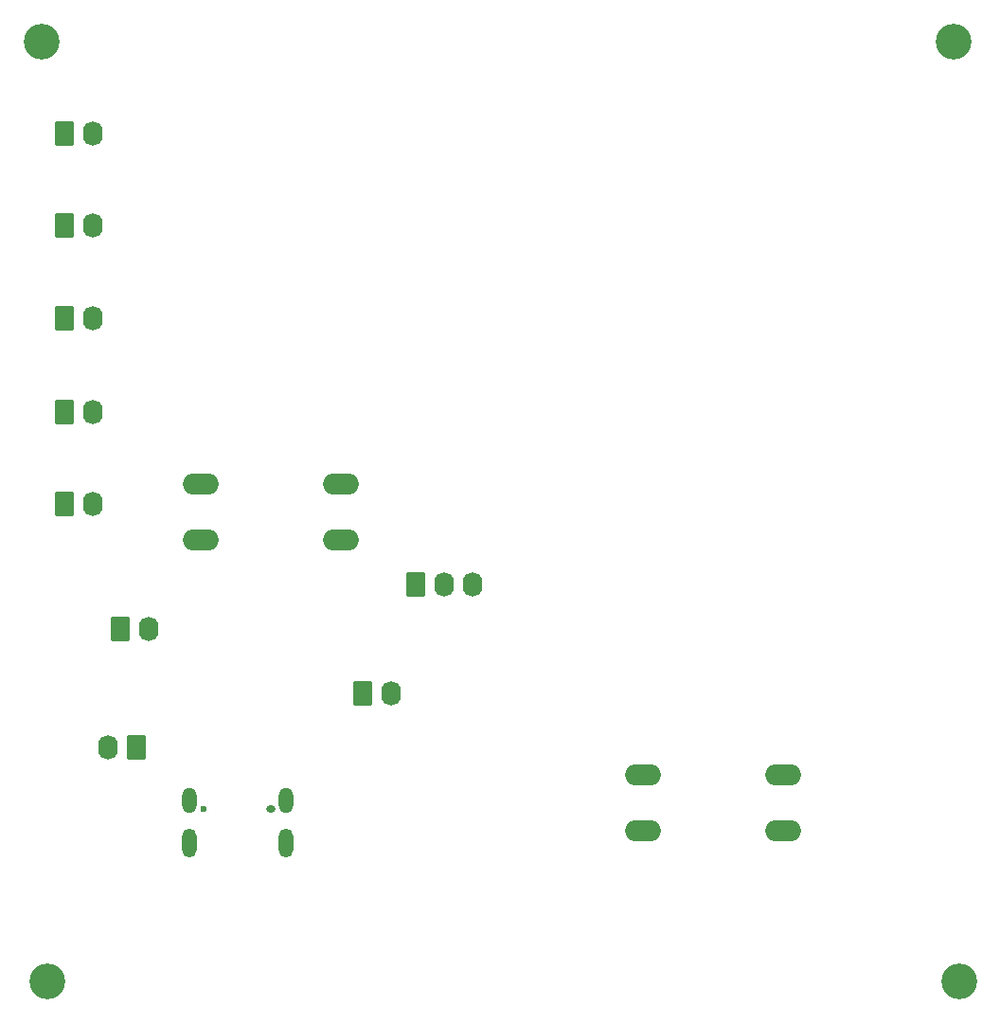
<source format=gbr>
%TF.GenerationSoftware,KiCad,Pcbnew,9.0.0*%
%TF.CreationDate,2025-03-06T16:27:16-06:00*%
%TF.ProjectId,445 Design Document Schematic,34343520-4465-4736-9967-6e20446f6375,rev?*%
%TF.SameCoordinates,Original*%
%TF.FileFunction,Soldermask,Bot*%
%TF.FilePolarity,Negative*%
%FSLAX46Y46*%
G04 Gerber Fmt 4.6, Leading zero omitted, Abs format (unit mm)*
G04 Created by KiCad (PCBNEW 9.0.0) date 2025-03-06 16:27:16*
%MOMM*%
%LPD*%
G01*
G04 APERTURE LIST*
G04 Aperture macros list*
%AMRoundRect*
0 Rectangle with rounded corners*
0 $1 Rounding radius*
0 $2 $3 $4 $5 $6 $7 $8 $9 X,Y pos of 4 corners*
0 Add a 4 corners polygon primitive as box body*
4,1,4,$2,$3,$4,$5,$6,$7,$8,$9,$2,$3,0*
0 Add four circle primitives for the rounded corners*
1,1,$1+$1,$2,$3*
1,1,$1+$1,$4,$5*
1,1,$1+$1,$6,$7*
1,1,$1+$1,$8,$9*
0 Add four rect primitives between the rounded corners*
20,1,$1+$1,$2,$3,$4,$5,0*
20,1,$1+$1,$4,$5,$6,$7,0*
20,1,$1+$1,$6,$7,$8,$9,0*
20,1,$1+$1,$8,$9,$2,$3,0*%
G04 Aperture macros list end*
%ADD10O,3.200000X1.900000*%
%ADD11O,1.740000X2.190000*%
%ADD12RoundRect,0.250000X-0.620000X-0.845000X0.620000X-0.845000X0.620000X0.845000X-0.620000X0.845000X0*%
%ADD13RoundRect,0.250000X0.620000X0.845000X-0.620000X0.845000X-0.620000X-0.845000X0.620000X-0.845000X0*%
%ADD14C,3.200000*%
%ADD15O,1.300000X2.600000*%
%ADD16O,1.300000X2.300000*%
%ADD17O,0.850000X0.600000*%
%ADD18C,0.600000*%
G04 APERTURE END LIST*
D10*
%TO.C,SW1*%
X101250000Y-75000000D03*
X113750000Y-75000000D03*
X101250000Y-80000000D03*
X113750000Y-80000000D03*
%TD*%
D11*
%TO.C,J5*%
X91540000Y-76815000D03*
D12*
X89000000Y-76815000D03*
%TD*%
D11*
%TO.C,J3*%
X91540000Y-60198000D03*
D12*
X89000000Y-60198000D03*
%TD*%
D11*
%TO.C,J1*%
X91540000Y-43688000D03*
D12*
X89000000Y-43688000D03*
%TD*%
D11*
%TO.C,J2*%
X91540000Y-51923000D03*
D12*
X89000000Y-51923000D03*
%TD*%
D11*
%TO.C,J4*%
X91540000Y-68560000D03*
D12*
X89000000Y-68560000D03*
%TD*%
%TO.C,J7*%
X115679000Y-93718000D03*
D11*
X118219000Y-93718000D03*
%TD*%
%TO.C,D1*%
X96540000Y-88000000D03*
D12*
X94000000Y-88000000D03*
%TD*%
D11*
%TO.C,D2*%
X92943000Y-98516000D03*
D13*
X95483000Y-98516000D03*
%TD*%
D11*
%TO.C,J6*%
X125500000Y-84000000D03*
X122960000Y-84000000D03*
D12*
X120420000Y-84000000D03*
%TD*%
D14*
%TO.C,H1*%
X168500000Y-35500000D03*
%TD*%
%TO.C,H2*%
X87000000Y-35500000D03*
%TD*%
%TO.C,H3*%
X169000000Y-119500000D03*
%TD*%
%TO.C,H4*%
X87500000Y-119500000D03*
%TD*%
D10*
%TO.C,SW2*%
X140750000Y-101000000D03*
X153250000Y-101000000D03*
X140750000Y-106000000D03*
X153250000Y-106000000D03*
%TD*%
D15*
%TO.C,P2*%
X108820000Y-107150000D03*
D16*
X108820000Y-103325000D03*
D15*
X100180000Y-107150000D03*
D16*
X100180000Y-103325000D03*
D17*
X107500000Y-104050000D03*
D18*
X101500000Y-104050000D03*
%TD*%
M02*

</source>
